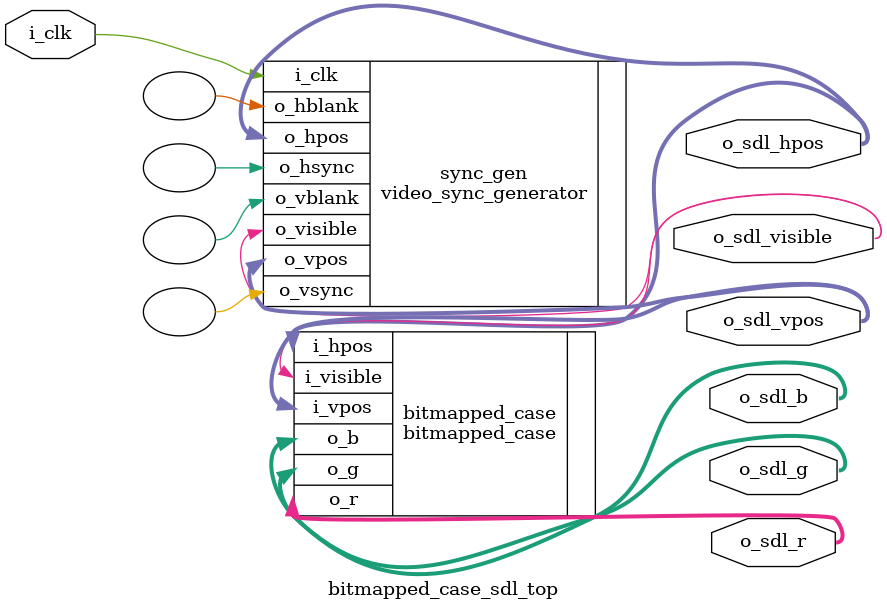
<source format=v>
`default_nettype none

module bitmapped_case_sdl_top (
  input wire          i_clk,
  output wire [9:0]   o_sdl_hpos,
  output wire [9:0]   o_sdl_vpos,
  output wire         o_sdl_visible,
  output wire [7:0]   o_sdl_r,
  output wire [7:0]   o_sdl_g,
  output wire [7:0]   o_sdl_b
);
  
  video_sync_generator sync_gen (
    .i_clk(i_clk),
    .o_hsync(),
    .o_hblank(),
    .o_vsync(),
    .o_vblank(),
    .o_hpos(o_sdl_hpos),
    .o_vpos(o_sdl_vpos),
    .o_visible(o_sdl_visible)
  );

  bitmapped_case bitmapped_case (
    .i_hpos(o_sdl_hpos),
    .i_vpos(o_sdl_vpos),
    .i_visible(o_sdl_visible),
    .o_r(o_sdl_r),
    .o_g(o_sdl_g),
    .o_b(o_sdl_b)
  );

endmodule

</source>
